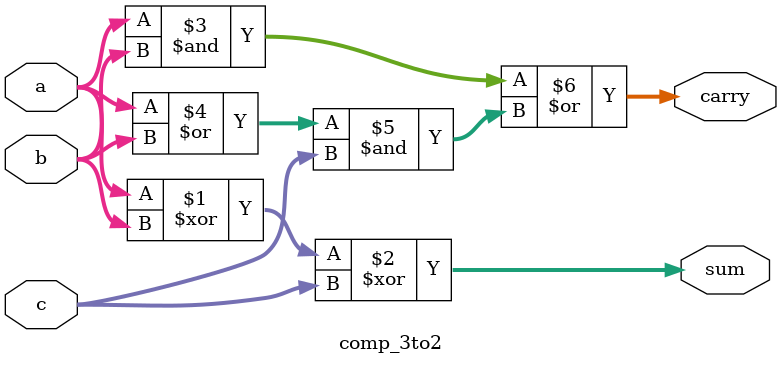
<source format=v>
module comp_3to2 #(
	parameter NUM = 16
)
(
	input [NUM-1:0] a,
	input [NUM-1:0] b,
	input [NUM-1:0] c,
	output [NUM-1:0] sum,
	output [NUM-1:0] carry
);

assign sum = a ^ b ^ c;
assign carry = a & b | (a | b) & c;

endmodule
</source>
